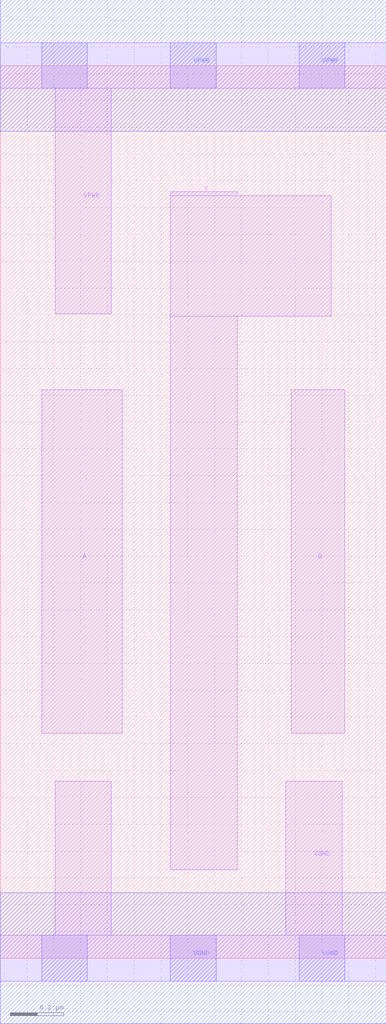
<source format=lef>
# Copyright 2020 The SkyWater PDK Authors
#
# Licensed under the Apache License, Version 2.0 (the "License");
# you may not use this file except in compliance with the License.
# You may obtain a copy of the License at
#
#     https://www.apache.org/licenses/LICENSE-2.0
#
# Unless required by applicable law or agreed to in writing, software
# distributed under the License is distributed on an "AS IS" BASIS,
# WITHOUT WARRANTIES OR CONDITIONS OF ANY KIND, either express or implied.
# See the License for the specific language governing permissions and
# limitations under the License.
#
# SPDX-License-Identifier: Apache-2.0

VERSION 5.7 ;
  NAMESCASESENSITIVE ON ;
  NOWIREEXTENSIONATPIN ON ;
  DIVIDERCHAR "/" ;
  BUSBITCHARS "[]" ;
UNITS
  DATABASE MICRONS 200 ;
END UNITS
MACRO sky130_fd_sc_lp__nor2_m
  CLASS CORE ;
  SOURCE USER ;
  FOREIGN sky130_fd_sc_lp__nor2_m ;
  ORIGIN  0.000000  0.000000 ;
  SIZE  1.440000 BY  3.330000 ;
  SYMMETRY X Y R90 ;
  SITE unit ;
  PIN A
    ANTENNAGATEAREA  0.126000 ;
    DIRECTION INPUT ;
    USE SIGNAL ;
    PORT
      LAYER li1 ;
        RECT 0.155000 0.840000 0.455000 2.120000 ;
    END
  END A
  PIN B
    ANTENNAGATEAREA  0.126000 ;
    DIRECTION INPUT ;
    USE SIGNAL ;
    PORT
      LAYER li1 ;
        RECT 1.085000 0.840000 1.285000 2.120000 ;
    END
  END B
  PIN Y
    ANTENNADIFFAREA  0.228900 ;
    DIRECTION OUTPUT ;
    USE SIGNAL ;
    PORT
      LAYER li1 ;
        RECT 0.635000 0.330000 0.885000 2.395000 ;
        RECT 0.635000 2.395000 1.235000 2.845000 ;
        RECT 0.635000 2.845000 0.885000 2.860000 ;
    END
  END Y
  PIN VGND
    DIRECTION INOUT ;
    USE GROUND ;
    PORT
      LAYER li1 ;
        RECT 0.000000 -0.085000 1.440000 0.085000 ;
        RECT 0.205000  0.085000 0.415000 0.660000 ;
        RECT 1.065000  0.085000 1.275000 0.660000 ;
      LAYER mcon ;
        RECT 0.155000 -0.085000 0.325000 0.085000 ;
        RECT 0.635000 -0.085000 0.805000 0.085000 ;
        RECT 1.115000 -0.085000 1.285000 0.085000 ;
      LAYER met1 ;
        RECT 0.000000 -0.245000 1.440000 0.245000 ;
    END
  END VGND
  PIN VPWR
    DIRECTION INOUT ;
    USE POWER ;
    PORT
      LAYER li1 ;
        RECT 0.000000 3.245000 1.440000 3.415000 ;
        RECT 0.205000 2.405000 0.415000 3.245000 ;
      LAYER mcon ;
        RECT 0.155000 3.245000 0.325000 3.415000 ;
        RECT 0.635000 3.245000 0.805000 3.415000 ;
        RECT 1.115000 3.245000 1.285000 3.415000 ;
      LAYER met1 ;
        RECT 0.000000 3.085000 1.440000 3.575000 ;
    END
  END VPWR
END sky130_fd_sc_lp__nor2_m

</source>
